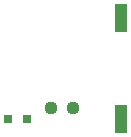
<source format=gbr>
%TF.GenerationSoftware,KiCad,Pcbnew,7.0.1*%
%TF.CreationDate,2023-09-08T00:00:38-05:00*%
%TF.ProjectId,proj1,70726f6a-312e-46b6-9963-61645f706362,1.0*%
%TF.SameCoordinates,Original*%
%TF.FileFunction,Paste,Top*%
%TF.FilePolarity,Positive*%
%FSLAX46Y46*%
G04 Gerber Fmt 4.6, Leading zero omitted, Abs format (unit mm)*
G04 Created by KiCad (PCBNEW 7.0.1) date 2023-09-08 00:00:38*
%MOMM*%
%LPD*%
G01*
G04 APERTURE LIST*
G04 Aperture macros list*
%AMRoundRect*
0 Rectangle with rounded corners*
0 $1 Rounding radius*
0 $2 $3 $4 $5 $6 $7 $8 $9 X,Y pos of 4 corners*
0 Add a 4 corners polygon primitive as box body*
4,1,4,$2,$3,$4,$5,$6,$7,$8,$9,$2,$3,0*
0 Add four circle primitives for the rounded corners*
1,1,$1+$1,$2,$3*
1,1,$1+$1,$4,$5*
1,1,$1+$1,$6,$7*
1,1,$1+$1,$8,$9*
0 Add four rect primitives between the rounded corners*
20,1,$1+$1,$2,$3,$4,$5,0*
20,1,$1+$1,$4,$5,$6,$7,0*
20,1,$1+$1,$6,$7,$8,$9,0*
20,1,$1+$1,$8,$9,$2,$3,0*%
G04 Aperture macros list end*
%ADD10RoundRect,0.237500X0.250000X0.237500X-0.250000X0.237500X-0.250000X-0.237500X0.250000X-0.237500X0*%
%ADD11R,0.800000X0.800000*%
%ADD12R,1.120000X2.440000*%
G04 APERTURE END LIST*
D10*
%TO.C,R1*%
X111912500Y-76000000D03*
X110087500Y-76000000D03*
%TD*%
D11*
%TO.C,D1*%
X106400000Y-76993750D03*
X108000000Y-76993750D03*
%TD*%
D12*
%TO.C,SW1*%
X116000000Y-76993750D03*
X116000000Y-68383750D03*
%TD*%
M02*

</source>
